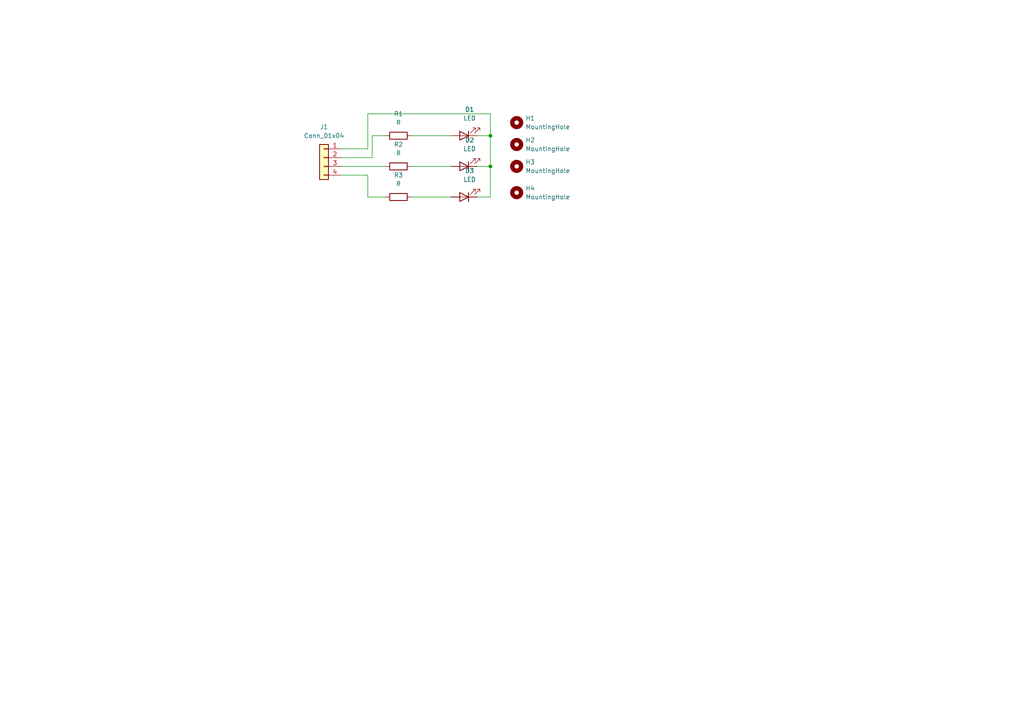
<source format=kicad_sch>
(kicad_sch (version 20211123) (generator eeschema)
  (paper "A4")
  (lib_symbols
    (symbol "Connector_Generic:Conn_01x04" (pin_names (offset 1.016) hide)
      (property "Reference" "J" (at 0 5.08 0))
      (property "Value" "Conn_01x04" (at 0 -7.62 0))
      (symbol "Conn_01x04_1_1"
        (rectangle (start -1.27 -4.953) (end 0 -5.207) (stroke (width 0.1524)))
        (rectangle (start -1.27 -2.413) (end 0 -2.667) (stroke (width 0.1524)))
        (rectangle (start -1.27 0.127) (end 0 -0.127) (stroke (width 0.1524)))
        (rectangle (start -1.27 2.667) (end 0 2.413) (stroke (width 0.1524)))
        (rectangle (start -1.27 3.81) (end 1.27 -6.35) (stroke (width 0.254)) (fill (type background)))
        (pin passive line (at -5.08 2.54 0) (length 3.81) (name "Pin_1") (number "1"))
        (pin passive line (at -5.08 0 0) (length 3.81) (name "Pin_2") (number "2"))
        (pin passive line (at -5.08 -2.54 0) (length 3.81) (name "Pin_3") (number "3"))
        (pin passive line (at -5.08 -5.08 0) (length 3.81) (name "Pin_4") (number "4"))
      )
    )
    (symbol "Device:LED" (pin_numbers hide) (pin_names (offset 1.016) hide)
      (property "Reference" "D" (at 0 2.54 0))
      (property "Value" "LED" (at 0 -2.54 0))
      (symbol "LED_0_1"
        (polyline (pts (xy -1.27 -1.27) (xy -1.27 1.27)) (stroke (width 0.254)))
        (polyline (pts (xy -1.27 0) (xy 1.27 0)))
        (polyline (pts (xy 1.27 -1.27) (xy 1.27 1.27) (xy -1.27 0) (xy 1.27 -1.27)) (stroke (width 0.254)))
        (polyline (pts (xy -3.048 -0.762) (xy -4.572 -2.286) (xy -3.81 -2.286) (xy -4.572 -2.286) (xy -4.572 -1.524)))
        (polyline (pts (xy -1.778 -0.762) (xy -3.302 -2.286) (xy -2.54 -2.286) (xy -3.302 -2.286) (xy -3.302 -1.524)))
      )
      (symbol "LED_1_1"
        (pin passive line (at -3.81 0 0) (length 2.54) (name "K") (number "1"))
        (pin passive line (at 3.81 0 180) (length 2.54) (name "A") (number "2"))
      )
    )
    (symbol "Device:R" (pin_numbers hide) (pin_names (offset 0))
      (property "Reference" "R" (at 2.032 0 90))
      (property "Value" "R" (at 0 0 90))
      (symbol "R_0_1"
        (rectangle (start -1.016 -2.54) (end 1.016 2.54) (stroke (width 0.254)))
      )
      (symbol "R_1_1"
        (pin passive line (at 0 3.81 270) (length 1.27) (name "~") (number "1"))
        (pin passive line (at 0 -3.81 90) (length 1.27) (name "~") (number "2"))
      )
    )
    (symbol "Mechanical:MountingHole" (pin_names (offset 1.016))
      (property "Reference" "H" (at 0 5.08 0))
      (property "Value" "MountingHole" (at 0 3.175 0))
      (symbol "MountingHole_0_1"
        (circle (center 0 0) (radius 1.27) (stroke (width 1.27)))
      )
    )
  )
  (junction (at 142.24 48.26))
  (junction (at 142.24 39.37))
  (wire (pts (xy 142.24 48.26) (xy 142.24 39.37)))
  (wire (pts (xy 142.24 33.02) (xy 106.68 33.02)))
  (wire (pts (xy 107.95 39.37) (xy 111.76 39.37)))
  (wire (pts (xy 138.43 48.26) (xy 142.24 48.26)))
  (wire (pts (xy 119.38 57.15) (xy 130.81 57.15)))
  (wire (pts (xy 119.38 48.26) (xy 130.81 48.26)))
  (wire (pts (xy 138.43 39.37) (xy 142.24 39.37)))
  (wire (pts (xy 99.06 45.72) (xy 107.95 45.72)))
  (wire (pts (xy 99.06 50.8) (xy 106.68 50.8)))
  (wire (pts (xy 106.68 33.02) (xy 106.68 43.18)))
  (wire (pts (xy 142.24 57.15) (xy 142.24 48.26)))
  (wire (pts (xy 99.06 48.26) (xy 111.76 48.26)))
  (wire (pts (xy 107.95 45.72) (xy 107.95 39.37)))
  (wire (pts (xy 138.43 57.15) (xy 142.24 57.15)))
  (wire (pts (xy 119.38 39.37) (xy 130.81 39.37)))
  (wire (pts (xy 142.24 39.37) (xy 142.24 33.02)))
  (wire (pts (xy 106.68 50.8) (xy 106.68 57.15)))
  (wire (pts (xy 99.06 43.18) (xy 106.68 43.18)))
  (wire (pts (xy 106.68 57.15) (xy 111.76 57.15)))
  (symbol (lib_id "Connector_Generic:Conn_01x04") (at 93.98 45.72 0) (mirror y) (unit 1)
    (property "Reference" "J1" (at 93.98 36.83 0))
    (property "Value" "Conn_01x04" (at 93.98 39.37 0))
    (property "Footprint" "Connector_PinHeader_2.54mm:PinHeader_1x04_P2.54mm_Horizontal" (effects hide))
  )
  (symbol (lib_id "Mechanical:MountingHole") (at 149.86 48.26 0) (unit 1)
    (property "Reference" "H3" (at 152.4 46.9899 0) (effects (justify left)))
    (property "Value" "MountingHole" (at 152.4 49.5299 0) (effects (justify left)))
    (property "Footprint" "MountingHole:MountingHole_2.5mm_Pad" (effects hide))
  )
  (symbol (lib_id "Mechanical:MountingHole") (at 149.86 35.56 0) (unit 1)
    (property "Reference" "H1" (at 152.4 34.2899 0) (effects (justify left)))
    (property "Value" "MountingHole" (at 152.4 36.8299 0) (effects (justify left)))
    (property "Footprint" "MountingHole:MountingHole_2.5mm_Pad" (effects hide))
  )
  (symbol (lib_id "Mechanical:MountingHole") (at 149.86 41.91 0) (unit 1)
    (property "Reference" "H2" (at 152.4 40.6399 0) (effects (justify left)))
    (property "Value" "MountingHole" (at 152.4 43.1799 0) (effects (justify left)))
    (property "Footprint" "MountingHole:MountingHole_2.5mm_Pad" (effects hide))
  )
  (symbol (lib_id "Device:LED") (at 134.62 39.37 180) (unit 1)
    (property "Reference" "D1" (at 136.2075 31.75 0))
    (property "Value" "LED" (at 136.2075 34.29 0))
    (property "Footprint" "LED_THT:LED_D3.0mm" (effects hide))
  )
  (symbol (lib_id "Mechanical:MountingHole") (at 149.86 55.88 0) (unit 1)
    (property "Reference" "H4" (at 152.4 54.6099 0) (effects (justify left)))
    (property "Value" "MountingHole" (at 152.4 57.1499 0) (effects (justify left)))
    (property "Footprint" "MountingHole:MountingHole_2.5mm_Pad" (effects hide))
  )
  (symbol (lib_id "Device:LED") (at 134.62 48.26 180) (unit 1)
    (property "Reference" "D2" (at 136.2075 40.64 0))
    (property "Value" "LED" (at 136.2075 43.18 0))
    (property "Footprint" "LED_THT:LED_D3.0mm" (effects hide))
  )
  (symbol (lib_id "Device:R") (at 115.57 57.15 270) (unit 1)
    (property "Reference" "R3" (at 115.57 50.8 90))
    (property "Value" "R" (at 115.57 53.34 90))
    (property "Footprint" "Resistor_THT:R_Axial_DIN0204_L3.6mm_D1.6mm_P5.08mm_Horizontal" (effects hide))
  )
  (symbol (lib_id "Device:R") (at 115.57 39.37 270) (unit 1)
    (property "Reference" "R1" (at 115.57 33.02 90))
    (property "Value" "R" (at 115.57 35.56 90))
    (property "Footprint" "Resistor_THT:R_Axial_DIN0204_L3.6mm_D1.6mm_P5.08mm_Horizontal" (effects hide))
  )
  (symbol (lib_id "Device:R") (at 115.57 48.26 270) (unit 1)
    (property "Reference" "R2" (at 115.57 41.91 90))
    (property "Value" "R" (at 115.57 44.45 90))
    (property "Footprint" "Resistor_THT:R_Axial_DIN0204_L3.6mm_D1.6mm_P5.08mm_Horizontal" (effects hide))
  )
  (symbol (lib_id "Device:LED") (at 134.62 57.15 180) (unit 1)
    (property "Reference" "D3" (at 136.2075 49.53 0))
    (property "Value" "LED" (at 136.2075 52.07 0))
    (property "Footprint" "LED_THT:LED_D3.0mm" (effects hide))
  )
)
</source>
